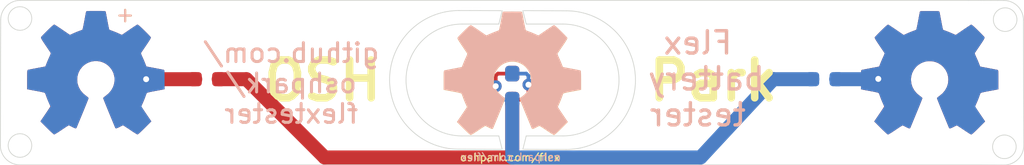
<source format=kicad_pcb>
(kicad_pcb (version 20201115) (generator pcbnew)
  (layers (0 "F.Cu" signal) (31 "B.Cu" signal) (34 "B.Paste" user) (35 "F.Paste" user) (36 "B.SilkS" user "B.Silkscreen") (37 "F.SilkS" user "F.Silkscreen") (38 "B.Mask" user) (39 "F.Mask" user) (44 "Edge.Cuts" user))
  (net 0 "")
  (net 1 "GND")
  (net 2 "+3V3")
  (footprint "LED_SMD:LED_0603_1608Metric_Pad1.05x0.95mm_HandSolder" (layer "F.Cu") (at 153.21 96.03 90)
    (fp_text reference "D1" hide)
    (fp_text value "LED" hide)
    (pad "1" smd roundrect (at -0.875 0 90) (size 1.05 0.95) (layers "F.Cu" "F.Paste" "F.Mask") (net 1 "GND"))
    (pad "2" smd roundrect (at 0.875 0 90) (size 1.05 0.95) (layers "F.Cu" "F.Paste" "F.Mask") (net 2 "+3V3"))
  )
  (footprint "afterdark:OSHW-Logo2_14.6x12mm_Copper" (layer "F.Cu") (at 181.27 96.5)
    (fp_text reference "J2" hide)
    (fp_text value "Conn_01x01_Female" hide)
  )
  (footprint "afterdark:OSHW-Logo2_14.6x12mm_Copper" (layer "F.Cu") (at 125.222 96.4946)
    (fp_text reference "J2" hide)
    (fp_text value "Conn_01x01_Female" hide)
    (fp_poly (pts (xy 0.209014 -5.547002) (xy 0.367006 -5.546137) (xy 0.481347 -5.543795) (xy 0.559407 -5.539238) (xy 0.608554 -5.53173) (xy 0.636159 -5.520534) (xy 0.649592 -5.504912) (xy 0.656221 -5.484127) (xy 0.656865 -5.481437) (xy 0.666935 -5.432887) (xy 0.685575 -5.337095) (xy 0.710845 -5.204257) (xy 0.740807 -5.044569) (xy 0.773522 -4.868226) (xy 0.774664 -4.862033) (xy 0.807433 -4.689218) (xy 0.838093 -4.536531) (xy 0.864664 -4.413129) (xy 0.885167 -4.328169) (xy 0.897626 -4.29081) (xy 0.89822 -4.290148) (xy 0.934919 -4.271905) (xy 1.010586 -4.241503) (xy 1.108878 -4.205507) (xy 1.109425 -4.205315) (xy 1.233233 -4.158778) (xy 1.379196 -4.099496) (xy 1.516781 -4.039891) (xy 1.523293 -4.036944) (xy 1.74739 -3.935235) (xy 2.243619 -4.274103) (xy 2.395846 -4.377408) (xy 2.533741 -4.469763) (xy 2.649315 -4.545916) (xy 2.734579 -4.600615) (xy 2.781544 -4.628607) (xy 2.786004 -4.630683) (xy 2.820134 -4.62144) (xy 2.883881 -4.576844) (xy 2.979731 -4.494791) (xy 3.110169 -4.373179) (xy 3.243328 -4.243795) (xy 3.371694 -4.116298) (xy 3.486581 -3.999954) (xy 3.581073 -3.901948) (xy 3.648253 -3.829464) (xy 3.681206 -3.789687) (xy 3.682432 -3.787639) (xy 3.686074 -3.760344) (xy 3.67235 -3.715766) (xy 3.637869 -3.647888) (xy 3.579239 -3.550689) (xy 3.49307 -3.418149) (xy 3.3782 -3.247524) (xy 3.276254 -3.097345) (xy 3.185123 -2.96265) (xy 3.110073 -2.85126) (xy 3.056369 -2.770995) (xy 3.02928 -2.729675) (xy 3.027574 -2.72687) (xy 3.030882 -2.687279) (xy 3.055953 -2.610331) (xy 3.097798 -2.510568) (xy 3.112712 -2.478709) (xy 3.177786 -2.336774) (xy 3.247212 -2.175727) (xy 3.303609 -2.036379) (xy 3.344247 -1.932956) (xy 3.376526 -1.854358) (xy 3.395178 -1.81328) (xy 3.397497 -1.810115) (xy 3.431803 -1.804872) (xy 3.512669 -1.790506) (xy 3.629343 -1.769063) (xy 3.771075 -1.742587) (xy 3.92711 -1.713123) (xy 4.086698 -1.682717) (xy 4.239085 -1.653412) (xy 4.373521 -1.627255) (xy 4.479252 -1.60629) (xy 4.545526 -1.592561) (xy 4.561782 -1.58868) (xy 4.578573 -1.5791) (xy 4.591249 -1.557464) (xy 4.600378 -1.516469) (xy 4.606531 -1.448811) (xy 4.61028 -1.347188) (xy 4.612192 -1.204297) (xy 4.61284 -1.012835) (xy 4.612874 -0.934355) (xy 4.612874 -0.296094) (xy 4.459598 -0.26584) (xy 4.374322 -0.249436) (xy 4.24707 -0.225491) (xy 4.093315 -0.196893) (xy 3.928534 -0.166533) (xy 3.882989 -0.158194) (xy 3.730932 -0.12863) (xy 3.598468 -0.099558) (xy 3.496714 -0.073671) (xy 3.436788 -0.053663) (xy 3.426805 -0.047699) (xy 3.402293 -0.005466) (xy 3.367148 0.07637) (xy 3.328173 0.181683) (xy 3.320442 0.204368) (xy 3.26936 0.345018) (xy 3.205954 0.503714) (xy 3.143904 0.646225) (xy 3.143598 0.646886) (xy 3.040267 0.87044) (xy 3.719961 1.870232) (xy 3.283621 2.3073) (xy 3.151649 2.437381) (xy 3.031279 2.552048) (xy 2.929273 2.645181) (xy 2.852391 2.710658) (xy 2.807393 2.742357) (xy 2.800938 2.744368) (xy 2.76304 2.728529) (xy 2.685708 2.684496) (xy 2.577389 2.61749) (xy 2.446532 2.532734) (xy 2.305052 2.437816) (xy 2.161461 2.340998) (xy 2.033435 2.256751) (xy 1.929105 2.190258) (xy 1.8566 2.146702) (xy 1.824158 2.131264) (xy 1.784576 2.144328) (xy 1.709519 2.17875) (xy 1.614468 2.22738) (xy 1.604392 2.232785) (xy 1.476391 2.29698) (xy 1.388618 2.328463) (xy 1.334028 2.328798) (xy 1.305575 2.299548) (xy 1.30541 2.299138) (xy 1.291188 2.264498) (xy 1.257269 2.182269) (xy 1.206284 2.058814) (xy 1.140862 1.900498) (xy 1.063634 1.713686) (xy 0.977229 1.504742) (xy 0.893551 1.302446) (xy 0.801588 1.0792) (xy 0.71715 0.872392) (xy 0.642769 0.688362) (xy 0.580974 0.533451) (xy 0.534297 0.413996) (xy 0.505268 0.336339) (xy 0.496322 0.307356) (xy 0.518756 0.27411) (xy 0.577439 0.221123) (xy 0.655689 0.162704) (xy 0.878534 -0.022048) (xy 1.052718 -0.233818) (xy 1.176154 -0.468144) (xy 1.246754 -0.720566) (xy 1.262431 -0.986623) (xy 1.251036 -1.109425) (xy 1.18895 -1.364207) (xy 1.082023 -1.589199) (xy 0.936889 -1.782183) (xy 0.760178 -1.940939) (xy 0.558522 -2.06325) (xy 0.338554 -2.146895) (xy 0.106906 -2.189656) (xy -0.129791 -2.189313) (xy -0.364905 -2.143648) (xy -0.591804 -2.050441) (xy -0.803856 -1.907473) (xy -0.892364 -1.826617) (xy -1.062111 -1.618993) (xy -1.180301 -1.392105) (xy -1.247722 -1.152567) (xy -1.26516 -0.906993) (xy -1.233402 -0.661997) (xy -1.153235 -0.424192) (xy -1.025445 -0.200193) (xy -0.85082 0.003387) (xy -0.655688 0.162704) (xy -0.574409 0.223602) (xy -0.516991 0.276015) (xy -0.496322 0.307406) (xy -0.507144 0.341639) (xy -0.537923 0.423419) (xy -0.586126 0.546407) (xy -0.649222 0.704263) (xy -0.724678 0.890649) (xy -0.809962 1.099226) (xy -0.893781 1.302496) (xy -0.986255 1.525933) (xy -1.071911 1.732984) (xy -1.148118 1.917286) (xy -1.212247 2.072475) (xy -1.261668 2.192188) (xy -1.293752 2.270061) (xy -1.305641 2.299138) (xy -1.333726 2.328677) (xy -1.388051 2.328591) (xy -1.475605 2.297326) (xy -1.603381 2.233329) (xy -1.604392 2.232785) (xy -1.700598 2.183121) (xy -1.778369 2.146945) (xy -1.822223 2.131408) (xy -1.824158 2.131264) (xy -1.857171 2.147024) (xy -1.930054 2.19085) (xy -2.034678 2.257557) (xy -2.16291 2.341964) (xy -2.305052 2.437816) (xy -2.449767 2.534867) (xy -2.580196 2.61927) (xy -2.68789 2.685801) (xy -2.764402 2.729238) (xy -2.800938 2.744368) (xy -2.834582 2.724482) (xy -2.902224 2.668903) (xy -2.997107 2.583754) (xy -3.11247 2.475153) (xy -3.241555 2.349221) (xy -3.283771 2.307149) (xy -3.720261 1.869931) (xy -3.388023 1.38234) (xy -3.287054 1.232605) (xy -3.198438 1.09822) (xy -3.127146 0.986969) (xy -3.07815 0.906639) (xy -3.056422 0.865014) (xy -3.055785 0.862053) (xy -3.06724 0.822818) (xy -3.098051 0.743895) (xy -3.142884 0.638509) (xy -3.174353 0.567954) (xy -3.233192 0.432876) (xy -3.288604 0.296409) (xy -3.331564 0.181103) (xy -3.343234 0.145977) (xy -3.376389 0.052174) (xy -3.408799 -0.020306) (xy -3.426601 -0.047699) (xy -3.465886 -0.064464) (xy -3.551626 -0.08823) (xy -3.672697 -0.116303) (xy -3.817973 -0.145991) (xy -3.882988 -0.158194) (xy -4.048087 -0.188532) (xy -4.206448 -0.217907) (xy -4.342596 -0.243431) (xy -4.441057 -0.262215) (xy -4.459598 -0.26584) (xy -4.612873 -0.296094) (xy -4.612873 -0.934355) (xy -4.612529 -1.14423) (xy -4.611116 -1.30302) (xy -4.608064 -1.418027) (xy -4.602803 -1.496554) (xy -4.594763 -1.545904) (xy -4.583373 -1.573381) (xy -4.568063 -1.586287) (xy -4.561782 -1.58868) (xy -4.523896 -1.597167) (xy -4.440195 -1.6141) (xy -4.321433 -1.637434) (xy -4.178361 -1.665125) (xy -4.021732 -1.695127) (xy -3.862297 -1.725396) (xy -3.710809 -1.753885) (xy -3.578019 -1.778551) (xy -3.474681 -1.797349) (xy -3.411545 -1.808233) (xy -3.397497 -1.810115) (xy -3.38477 -1.835296) (xy -3.3566 -1.902378) (xy -3.318252 -1.998667) (xy -3.303609 -2.036379) (xy -3.244548 -2.182079) (xy -3.175 -2.343049) (xy -3.112712 -2.478709) (xy -3.066879 -2.582439) (xy -3.036387 -2.667674) (xy -3.026208 -2.719874) (xy -3.027831 -2.72687) (xy -3.049343 -2.759898) (xy -3.098465 -2.833357) (xy -3.169923 -2.939423) (xy -3.258445 -3.070274) (xy -3.358759 -3.218088) (xy -3.378594 -3.247266) (xy -3.494988 -3.420137) (xy -3.580548 -3.551774) (xy -3.638684 -3.648239) (xy -3.672808 -3.715592) (xy -3.686331 -3.759894) (xy -3.682664 -3.787206) (xy -3.68257 -3.78738) (xy -3.653707 -3.823254) (xy -3.589867 -3.892609) (xy -3.497969 -3.988255) (xy -3.384933 -4.103001) (xy -3.257679 -4.229659) (xy -3.243328 -4.243795) (xy -3.082957 -4.399097) (xy -2.959195 -4.51313) (xy -2.869555 -4.587998) (xy -2.811552 -4.625804) (xy -2.786004 -4.630683) (xy -2.748718 -4.609397) (xy -2.671343 -4.560227) (xy -2.561867 -4.488425) (xy -2.42828 -4.399245) (xy -2.27857 -4.297937) (xy -2.243618 -4.274103) (xy -1.74739 -3.935235) (xy -1.523293 -4.036944) (xy -1.387011 -4.096217) (xy -1.240724 -4.15583) (xy -1.114965 -4.20336) (xy -1.109425 -4.205315) (xy -1.011057 -4.241323) (xy -0.935229 -4.271771) (xy -0.898282 -4.290095) (xy -0.89822 -4.290148) (xy -0.886496 -4.323271) (xy -0.866568 -4.404733) (xy -0.840413 -4.525375) (xy -0.81001 -4.676041) (xy -0.777337 -4.847572) (xy -0.774664 -4.862033) (xy -0.74189 -5.038765) (xy -0.711802 -5.19919) (xy -0.686339 -5.333112) (xy -0.667441 -5.430337) (xy -0.657047 -5.480668) (xy -0.656865 -5.481437) (xy -0.650539 -5.502847) (xy -0.638239 -5.519012) (xy -0.612594 -5.530669) (xy -0.566235 -5.538555) (xy -0.491792 -5.543407) (xy -0.381895 -5.545961) (xy -0.229175 -5.546955) (xy -0.026262 -5.547126) (xy 0 -5.547126) (xy 0.209014 -5.547002)) (layer "F.Cu") (width 0.01) (fill solid))
  )
  (footprint "afterdark:OSHW-Logo2_14.6x12mm_Copper" (layer "F.Cu") (at 153.22 96.54)
    (fp_text reference "J2" hide)
    (fp_text value "Conn_01x01_Female" hide)
  )
  (footprint "afterdark:OSHW-Logo2_14.6x12mm_Copper" (layer "F.Cu") (at 125.222 96.4946)
    (fp_text reference "J2" hide)
    (fp_text value "Conn_01x01_Female" hide)
  )
  (footprint "afterdark:OSHW-Logo2_14.6x12mm_Copper" (layer "F.Cu") (at 181.27 96.5)
    (fp_text reference "J2" hide)
    (fp_text value "Conn_01x01_Female" hide)
    (fp_poly (pts (xy 0.209014 -5.547002) (xy 0.367006 -5.546137) (xy 0.481347 -5.543795) (xy 0.559407 -5.539238) (xy 0.608554 -5.53173) (xy 0.636159 -5.520534) (xy 0.649592 -5.504912) (xy 0.656221 -5.484127) (xy 0.656865 -5.481437) (xy 0.666935 -5.432887) (xy 0.685575 -5.337095) (xy 0.710845 -5.204257) (xy 0.740807 -5.044569) (xy 0.773522 -4.868226) (xy 0.774664 -4.862033) (xy 0.807433 -4.689218) (xy 0.838093 -4.536531) (xy 0.864664 -4.413129) (xy 0.885167 -4.328169) (xy 0.897626 -4.29081) (xy 0.89822 -4.290148) (xy 0.934919 -4.271905) (xy 1.010586 -4.241503) (xy 1.108878 -4.205507) (xy 1.109425 -4.205315) (xy 1.233233 -4.158778) (xy 1.379196 -4.099496) (xy 1.516781 -4.039891) (xy 1.523293 -4.036944) (xy 1.74739 -3.935235) (xy 2.243619 -4.274103) (xy 2.395846 -4.377408) (xy 2.533741 -4.469763) (xy 2.649315 -4.545916) (xy 2.734579 -4.600615) (xy 2.781544 -4.628607) (xy 2.786004 -4.630683) (xy 2.820134 -4.62144) (xy 2.883881 -4.576844) (xy 2.979731 -4.494791) (xy 3.110169 -4.373179) (xy 3.243328 -4.243795) (xy 3.371694 -4.116298) (xy 3.486581 -3.999954) (xy 3.581073 -3.901948) (xy 3.648253 -3.829464) (xy 3.681206 -3.789687) (xy 3.682432 -3.787639) (xy 3.686074 -3.760344) (xy 3.67235 -3.715766) (xy 3.637869 -3.647888) (xy 3.579239 -3.550689) (xy 3.49307 -3.418149) (xy 3.3782 -3.247524) (xy 3.276254 -3.097345) (xy 3.185123 -2.96265) (xy 3.110073 -2.85126) (xy 3.056369 -2.770995) (xy 3.02928 -2.729675) (xy 3.027574 -2.72687) (xy 3.030882 -2.687279) (xy 3.055953 -2.610331) (xy 3.097798 -2.510568) (xy 3.112712 -2.478709) (xy 3.177786 -2.336774) (xy 3.247212 -2.175727) (xy 3.303609 -2.036379) (xy 3.344247 -1.932956) (xy 3.376526 -1.854358) (xy 3.395178 -1.81328) (xy 3.397497 -1.810115) (xy 3.431803 -1.804872) (xy 3.512669 -1.790506) (xy 3.629343 -1.769063) (xy 3.771075 -1.742587) (xy 3.92711 -1.713123) (xy 4.086698 -1.682717) (xy 4.239085 -1.653412) (xy 4.373521 -1.627255) (xy 4.479252 -1.60629) (xy 4.545526 -1.592561) (xy 4.561782 -1.58868) (xy 4.578573 -1.5791) (xy 4.591249 -1.557464) (xy 4.600378 -1.516469) (xy 4.606531 -1.448811) (xy 4.61028 -1.347188) (xy 4.612192 -1.204297) (xy 4.61284 -1.012835) (xy 4.612874 -0.934355) (xy 4.612874 -0.296094) (xy 4.459598 -0.26584) (xy 4.374322 -0.249436) (xy 4.24707 -0.225491) (xy 4.093315 -0.196893) (xy 3.928534 -0.166533) (xy 3.882989 -0.158194) (xy 3.730932 -0.12863) (xy 3.598468 -0.099558) (xy 3.496714 -0.073671) (xy 3.436788 -0.053663) (xy 3.426805 -0.047699) (xy 3.402293 -0.005466) (xy 3.367148 0.07637) (xy 3.328173 0.181683) (xy 3.320442 0.204368) (xy 3.26936 0.345018) (xy 3.205954 0.503714) (xy 3.143904 0.646225) (xy 3.143598 0.646886) (xy 3.040267 0.87044) (xy 3.719961 1.870232) (xy 3.283621 2.3073) (xy 3.151649 2.437381) (xy 3.031279 2.552048) (xy 2.929273 2.645181) (xy 2.852391 2.710658) (xy 2.807393 2.742357) (xy 2.800938 2.744368) (xy 2.76304 2.728529) (xy 2.685708 2.684496) (xy 2.577389 2.61749) (xy 2.446532 2.532734) (xy 2.305052 2.437816) (xy 2.161461 2.340998) (xy 2.033435 2.256751) (xy 1.929105 2.190258) (xy 1.8566 2.146702) (xy 1.824158 2.131264) (xy 1.784576 2.144328) (xy 1.709519 2.17875) (xy 1.614468 2.22738) (xy 1.604392 2.232785) (xy 1.476391 2.29698) (xy 1.388618 2.328463) (xy 1.334028 2.328798) (xy 1.305575 2.299548) (xy 1.30541 2.299138) (xy 1.291188 2.264498) (xy 1.257269 2.182269) (xy 1.206284 2.058814) (xy 1.140862 1.900498) (xy 1.063634 1.713686) (xy 0.977229 1.504742) (xy 0.893551 1.302446) (xy 0.801588 1.0792) (xy 0.71715 0.872392) (xy 0.642769 0.688362) (xy 0.580974 0.533451) (xy 0.534297 0.413996) (xy 0.505268 0.336339) (xy 0.496322 0.307356) (xy 0.518756 0.27411) (xy 0.577439 0.221123) (xy 0.655689 0.162704) (xy 0.878534 -0.022048) (xy 1.052718 -0.233818) (xy 1.176154 -0.468144) (xy 1.246754 -0.720566) (xy 1.262431 -0.986623) (xy 1.251036 -1.109425) (xy 1.18895 -1.364207) (xy 1.082023 -1.589199) (xy 0.936889 -1.782183) (xy 0.760178 -1.940939) (xy 0.558522 -2.06325) (xy 0.338554 -2.146895) (xy 0.106906 -2.189656) (xy -0.129791 -2.189313) (xy -0.364905 -2.143648) (xy -0.591804 -2.050441) (xy -0.803856 -1.907473) (xy -0.892364 -1.826617) (xy -1.062111 -1.618993) (xy -1.180301 -1.392105) (xy -1.247722 -1.152567) (xy -1.26516 -0.906993) (xy -1.233402 -0.661997) (xy -1.153235 -0.424192) (xy -1.025445 -0.200193) (xy -0.85082 0.003387) (xy -0.655688 0.162704) (xy -0.574409 0.223602) (xy -0.516991 0.276015) (xy -0.496322 0.307406) (xy -0.507144 0.341639) (xy -0.537923 0.423419) (xy -0.586126 0.546407) (xy -0.649222 0.704263) (xy -0.724678 0.890649) (xy -0.809962 1.099226) (xy -0.893781 1.302496) (xy -0.986255 1.525933) (xy -1.071911 1.732984) (xy -1.148118 1.917286) (xy -1.212247 2.072475) (xy -1.261668 2.192188) (xy -1.293752 2.270061) (xy -1.305641 2.299138) (xy -1.333726 2.328677) (xy -1.388051 2.328591) (xy -1.475605 2.297326) (xy -1.603381 2.233329) (xy -1.604392 2.232785) (xy -1.700598 2.183121) (xy -1.778369 2.146945) (xy -1.822223 2.131408) (xy -1.824158 2.131264) (xy -1.857171 2.147024) (xy -1.930054 2.19085) (xy -2.034678 2.257557) (xy -2.16291 2.341964) (xy -2.305052 2.437816) (xy -2.449767 2.534867) (xy -2.580196 2.61927) (xy -2.68789 2.685801) (xy -2.764402 2.729238) (xy -2.800938 2.744368) (xy -2.834582 2.724482) (xy -2.902224 2.668903) (xy -2.997107 2.583754) (xy -3.11247 2.475153) (xy -3.241555 2.349221) (xy -3.283771 2.307149) (xy -3.720261 1.869931) (xy -3.388023 1.38234) (xy -3.287054 1.232605) (xy -3.198438 1.09822) (xy -3.127146 0.986969) (xy -3.07815 0.906639) (xy -3.056422 0.865014) (xy -3.055785 0.862053) (xy -3.06724 0.822818) (xy -3.098051 0.743895) (xy -3.142884 0.638509) (xy -3.174353 0.567954) (xy -3.233192 0.432876) (xy -3.288604 0.296409) (xy -3.331564 0.181103) (xy -3.343234 0.145977) (xy -3.376389 0.052174) (xy -3.408799 -0.020306) (xy -3.426601 -0.047699) (xy -3.465886 -0.064464) (xy -3.551626 -0.08823) (xy -3.672697 -0.116303) (xy -3.817973 -0.145991) (xy -3.882988 -0.158194) (xy -4.048087 -0.188532) (xy -4.206448 -0.217907) (xy -4.342596 -0.243431) (xy -4.441057 -0.262215) (xy -4.459598 -0.26584) (xy -4.612873 -0.296094) (xy -4.612873 -0.934355) (xy -4.612529 -1.14423) (xy -4.611116 -1.30302) (xy -4.608064 -1.418027) (xy -4.602803 -1.496554) (xy -4.594763 -1.545904) (xy -4.583373 -1.573381) (xy -4.568063 -1.586287) (xy -4.561782 -1.58868) (xy -4.523896 -1.597167) (xy -4.440195 -1.6141) (xy -4.321433 -1.637434) (xy -4.178361 -1.665125) (xy -4.021732 -1.695127) (xy -3.862297 -1.725396) (xy -3.710809 -1.753885) (xy -3.578019 -1.778551) (xy -3.474681 -1.797349) (xy -3.411545 -1.808233) (xy -3.397497 -1.810115) (xy -3.38477 -1.835296) (xy -3.3566 -1.902378) (xy -3.318252 -1.998667) (xy -3.303609 -2.036379) (xy -3.244548 -2.182079) (xy -3.175 -2.343049) (xy -3.112712 -2.478709) (xy -3.066879 -2.582439) (xy -3.036387 -2.667674) (xy -3.026208 -2.719874) (xy -3.027831 -2.72687) (xy -3.049343 -2.759898) (xy -3.098465 -2.833357) (xy -3.169923 -2.939423) (xy -3.258445 -3.070274) (xy -3.358759 -3.218088) (xy -3.378594 -3.247266) (xy -3.494988 -3.420137) (xy -3.580548 -3.551774) (xy -3.638684 -3.648239) (xy -3.672808 -3.715592) (xy -3.686331 -3.759894) (xy -3.682664 -3.787206) (xy -3.68257 -3.78738) (xy -3.653707 -3.823254) (xy -3.589867 -3.892609) (xy -3.497969 -3.988255) (xy -3.384933 -4.103001) (xy -3.257679 -4.229659) (xy -3.243328 -4.243795) (xy -3.082957 -4.399097) (xy -2.959195 -4.51313) (xy -2.869555 -4.587998) (xy -2.811552 -4.625804) (xy -2.786004 -4.630683) (xy -2.748718 -4.609397) (xy -2.671343 -4.560227) (xy -2.561867 -4.488425) (xy -2.42828 -4.399245) (xy -2.27857 -4.297937) (xy -2.243618 -4.274103) (xy -1.74739 -3.935235) (xy -1.523293 -4.036944) (xy -1.387011 -4.096217) (xy -1.240724 -4.15583) (xy -1.114965 -4.20336) (xy -1.109425 -4.205315) (xy -1.011057 -4.241323) (xy -0.935229 -4.271771) (xy -0.898282 -4.290095) (xy -0.89822 -4.290148) (xy -0.886496 -4.323271) (xy -0.866568 -4.404733) (xy -0.840413 -4.525375) (xy -0.81001 -4.676041) (xy -0.777337 -4.847572) (xy -0.774664 -4.862033) (xy -0.74189 -5.038765) (xy -0.711802 -5.19919) (xy -0.686339 -5.333112) (xy -0.667441 -5.430337) (xy -0.657047 -5.480668) (xy -0.656865 -5.481437) (xy -0.650539 -5.502847) (xy -0.638239 -5.519012) (xy -0.612594 -5.530669) (xy -0.566235 -5.538555) (xy -0.491792 -5.543407) (xy -0.381895 -5.545961) (xy -0.229175 -5.546955) (xy -0.026262 -5.547126) (xy 0 -5.547126) (xy 0.209014 -5.547002)) (layer "F.Cu") (width 0.01) (fill solid))
  )
  (footprint "Resistor_SMD:R_0603_1608Metric" (layer "F.Cu") (at 132.6896 95.5294)
    (fp_text reference "REF**" hide)
    (fp_text value "R_0603" hide)
    (pad "1" smd roundrect (at -0.7875 0) (size 0.875 0.95) (layers "F.Cu" "F.Paste" "F.Mask"))
    (pad "2" smd roundrect (at 0.7875 0) (size 0.875 0.95) (layers "F.Cu" "F.Paste" "F.Mask") (net 1 "GND"))
  )
  (footprint "LED_SMD:LED_0603_1608Metric_Pad1.05x0.95mm_HandSolder" (layer "B.Cu") (at 153.21 96.03 -90)
    (fp_text reference "D1" hide)
    (fp_text value "LED" hide)
    (pad "1" smd roundrect (at -0.875 0 270) (size 1.05 0.95) (layers "B.Cu" "B.Paste" "B.Mask") (net 1 "GND"))
    (pad "2" smd roundrect (at 0.875 0 270) (size 1.05 0.95) (layers "B.Cu" "B.Paste" "B.Mask") (net 2 "+3V3"))
  )
  (footprint "afterdark:OSHW-Logo2_14.6x12mm_Copper" (layer "B.Cu") (at 125.222 96.4946 180)
    (fp_text reference "J2" hide)
    (fp_text value "Conn_01x01_Female" hide)
  )
  (footprint "afterdark:OSHW-Logo2_14.6x12mm_Copper" (layer "B.Cu") (at 181.28 96.5 180)
    (fp_text reference "J2" hide)
    (fp_text value "Conn_01x01_Female" hide)
  )
  (footprint "afterdark:OSHW-Logo2_14.6x12mm_Copper" (layer "B.Cu") (at 153.22 96.53 180)
    (fp_text reference "J2" hide)
    (fp_text value "Conn_01x01_Female" hide)
  )
  (footprint "afterdark:OSHW-Logo2_14.6x12mm_Copper" (layer "B.Cu") (at 181.27 96.5 180)
    (fp_text reference "J2" hide)
    (fp_text value "Conn_01x01_Female" hide)
    (fp_poly (pts (xy 0.209014 5.547002) (xy 0.367006 5.546137) (xy 0.481347 5.543795) (xy 0.559407 5.539238) (xy 0.608554 5.53173) (xy 0.636159 5.520534) (xy 0.649592 5.504912) (xy 0.656221 5.484127) (xy 0.656865 5.481437) (xy 0.666935 5.432887) (xy 0.685575 5.337095) (xy 0.710845 5.204257) (xy 0.740807 5.044569) (xy 0.773522 4.868226) (xy 0.774664 4.862033) (xy 0.807433 4.689218) (xy 0.838093 4.536531) (xy 0.864664 4.413129) (xy 0.885167 4.328169) (xy 0.897626 4.29081) (xy 0.89822 4.290148) (xy 0.934919 4.271905) (xy 1.010586 4.241503) (xy 1.108878 4.205507) (xy 1.109425 4.205315) (xy 1.233233 4.158778) (xy 1.379196 4.099496) (xy 1.516781 4.039891) (xy 1.523293 4.036944) (xy 1.74739 3.935235) (xy 2.243619 4.274103) (xy 2.395846 4.377408) (xy 2.533741 4.469763) (xy 2.649315 4.545916) (xy 2.734579 4.600615) (xy 2.781544 4.628607) (xy 2.786004 4.630683) (xy 2.820134 4.62144) (xy 2.883881 4.576844) (xy 2.979731 4.494791) (xy 3.110169 4.373179) (xy 3.243328 4.243795) (xy 3.371694 4.116298) (xy 3.486581 3.999954) (xy 3.581073 3.901948) (xy 3.648253 3.829464) (xy 3.681206 3.789687) (xy 3.682432 3.787639) (xy 3.686074 3.760344) (xy 3.67235 3.715766) (xy 3.637869 3.647888) (xy 3.579239 3.550689) (xy 3.49307 3.418149) (xy 3.3782 3.247524) (xy 3.276254 3.097345) (xy 3.185123 2.96265) (xy 3.110073 2.85126) (xy 3.056369 2.770995) (xy 3.02928 2.729675) (xy 3.027574 2.72687) (xy 3.030882 2.687279) (xy 3.055953 2.610331) (xy 3.097798 2.510568) (xy 3.112712 2.478709) (xy 3.177786 2.336774) (xy 3.247212 2.175727) (xy 3.303609 2.036379) (xy 3.344247 1.932956) (xy 3.376526 1.854358) (xy 3.395178 1.81328) (xy 3.397497 1.810115) (xy 3.431803 1.804872) (xy 3.512669 1.790506) (xy 3.629343 1.769063) (xy 3.771075 1.742587) (xy 3.92711 1.713123) (xy 4.086698 1.682717) (xy 4.239085 1.653412) (xy 4.373521 1.627255) (xy 4.479252 1.60629) (xy 4.545526 1.592561) (xy 4.561782 1.58868) (xy 4.578573 1.5791) (xy 4.591249 1.557464) (xy 4.600378 1.516469) (xy 4.606531 1.448811) (xy 4.61028 1.347188) (xy 4.612192 1.204297) (xy 4.61284 1.012835) (xy 4.612874 0.934355) (xy 4.612874 0.296094) (xy 4.459598 0.26584) (xy 4.374322 0.249436) (xy 4.24707 0.225491) (xy 4.093315 0.196893) (xy 3.928534 0.166533) (xy 3.882989 0.158194) (xy 3.730932 0.12863) (xy 3.598468 0.099558) (xy 3.496714 0.073671) (xy 3.436788 0.053663) (xy 3.426805 0.047699) (xy 3.402293 0.005466) (xy 3.367148 -0.07637) (xy 3.328173 -0.181683) (xy 3.320442 -0.204368) (xy 3.26936 -0.345018) (xy 3.205954 -0.503714) (xy 3.143904 -0.646225) (xy 3.143598 -0.646886) (xy 3.040267 -0.87044) (xy 3.719961 -1.870232) (xy 3.283621 -2.3073) (xy 3.151649 -2.437381) (xy 3.031279 -2.552048) (xy 2.929273 -2.645181) (xy 2.852391 -2.710658) (xy 2.807393 -2.742357) (xy 2.800938 -2.744368) (xy 2.76304 -2.728529) (xy 2.685708 -2.684496) (xy 2.577389 -2.61749) (xy 2.446532 -2.532734) (xy 2.305052 -2.437816) (xy 2.161461 -2.340998) (xy 2.033435 -2.256751) (xy 1.929105 -2.190258) (xy 1.8566 -2.146702) (xy 1.824158 -2.131264) (xy 1.784576 -2.144328) (xy 1.709519 -2.17875) (xy 1.614468 -2.22738) (xy 1.604392 -2.232785) (xy 1.476391 -2.29698) (xy 1.388618 -2.328463) (xy 1.334028 -2.328798) (xy 1.305575 -2.299548) (xy 1.30541 -2.299138) (xy 1.291188 -2.264498) (xy 1.257269 -2.182269) (xy 1.206284 -2.058814) (xy 1.140862 -1.900498) (xy 1.063634 -1.713686) (xy 0.977229 -1.504742) (xy 0.893551 -1.302446) (xy 0.801588 -1.0792) (xy 0.71715 -0.872392) (xy 0.642769 -0.688362) (xy 0.580974 -0.533451) (xy 0.534297 -0.413996) (xy 0.505268 -0.336339) (xy 0.496322 -0.307356) (xy 0.518756 -0.27411) (xy 0.577439 -0.221123) (xy 0.655689 -0.162704) (xy 0.878534 0.022048) (xy 1.052718 0.233818) (xy 1.176154 0.468144) (xy 1.246754 0.720566) (xy 1.262431 0.986623) (xy 1.251036 1.109425) (xy 1.18895 1.364207) (xy 1.082023 1.589199) (xy 0.936889 1.782183) (xy 0.760178 1.940939) (xy 0.558522 2.06325) (xy 0.338554 2.146895) (xy 0.106906 2.189656) (xy -0.129791 2.189313) (xy -0.364905 2.143648) (xy -0.591804 2.050441) (xy -0.803856 1.907473) (xy -0.892364 1.826617) (xy -1.062111 1.618993) (xy -1.180301 1.392105) (xy -1.247722 1.152567) (xy -1.26516 0.906993) (xy -1.233402 0.661997) (xy -1.153235 0.424192) (xy -1.025445 0.200193) (xy -0.85082 -0.003387) (xy -0.655688 -0.162704) (xy -0.574409 -0.223602) (xy -0.516991 -0.276015) (xy -0.496322 -0.307406) (xy -0.507144 -0.341639) (xy -0.537923 -0.423419) (xy -0.586126 -0.546407) (xy -0.649222 -0.704263) (xy -0.724678 -0.890649) (xy -0.809962 -1.099226) (xy -0.893781 -1.302496) (xy -0.986255 -1.525933) (xy -1.071911 -1.732984) (xy -1.148118 -1.917286) (xy -1.212247 -2.072475) (xy -1.261668 -2.192188) (xy -1.293752 -2.270061) (xy -1.305641 -2.299138) (xy -1.333726 -2.328677) (xy -1.388051 -2.328591) (xy -1.475605 -2.297326) (xy -1.603381 -2.233329) (xy -1.604392 -2.232785) (xy -1.700598 -2.183121) (xy -1.778369 -2.146945) (xy -1.822223 -2.131408) (xy -1.824158 -2.131264) (xy -1.857171 -2.147024) (xy -1.930054 -2.19085) (xy -2.034678 -2.257557) (xy -2.16291 -2.341964) (xy -2.305052 -2.437816) (xy -2.449767 -2.534867) (xy -2.580196 -2.61927) (xy -2.68789 -2.685801) (xy -2.764402 -2.729238) (xy -2.800938 -2.744368) (xy -2.834582 -2.724482) (xy -2.902224 -2.668903) (xy -2.997107 -2.583754) (xy -3.11247 -2.475153) (xy -3.241555 -2.349221) (xy -3.283771 -2.307149) (xy -3.720261 -1.869931) (xy -3.388023 -1.38234) (xy -3.287054 -1.232605) (xy -3.198438 -1.09822) (xy -3.127146 -0.986969) (xy -3.07815 -0.906639) (xy -3.056422 -0.865014) (xy -3.055785 -0.862053) (xy -3.06724 -0.822818) (xy -3.098051 -0.743895) (xy -3.142884 -0.638509) (xy -3.174353 -0.567954) (xy -3.233192 -0.432876) (xy -3.288604 -0.296409) (xy -3.331564 -0.181103) (xy -3.343234 -0.145977) (xy -3.376389 -0.052174) (xy -3.408799 0.020306) (xy -3.426601 0.047699) (xy -3.465886 0.064464) (xy -3.551626 0.08823) (xy -3.672697 0.116303) (xy -3.817973 0.145991) (xy -3.882988 0.158194) (xy -4.048087 0.188532) (xy -4.206448 0.217907) (xy -4.342596 0.243431) (xy -4.441057 0.262215) (xy -4.459598 0.26584) (xy -4.612873 0.296094) (xy -4.612873 0.934355) (xy -4.612529 1.14423) (xy -4.611116 1.30302) (xy -4.608064 1.418027) (xy -4.602803 1.496554) (xy -4.594763 1.545904) (xy -4.583373 1.573381) (xy -4.568063 1.586287) (xy -4.561782 1.58868) (xy -4.523896 1.597167) (xy -4.440195 1.6141) (xy -4.321433 1.637434) (xy -4.178361 1.665125) (xy -4.021732 1.695127) (xy -3.862297 1.725396) (xy -3.710809 1.753885) (xy -3.578019 1.778551) (xy -3.474681 1.797349) (xy -3.411545 1.808233) (xy -3.397497 1.810115) (xy -3.38477 1.835296) (xy -3.3566 1.902378) (xy -3.318252 1.998667) (xy -3.303609 2.036379) (xy -3.244548 2.182079) (xy -3.175 2.343049) (xy -3.112712 2.478709) (xy -3.066879 2.582439) (xy -3.036387 2.667674) (xy -3.026208 2.719874) (xy -3.027831 2.72687) (xy -3.049343 2.759898) (xy -3.098465 2.833357) (xy -3.169923 2.939423) (xy -3.258445 3.070274) (xy -3.358759 3.218088) (xy -3.378594 3.247266) (xy -3.494988 3.420137) (xy -3.580548 3.551774) (xy -3.638684 3.648239) (xy -3.672808 3.715592) (xy -3.686331 3.759894) (xy -3.682664 3.787206) (xy -3.68257 3.78738) (xy -3.653707 3.823254) (xy -3.589867 3.892609) (xy -3.497969 3.988255) (xy -3.384933 4.103001) (xy -3.257679 4.229659) (xy -3.243328 4.243795) (xy -3.082957 4.399097) (xy -2.959195 4.51313) (xy -2.869555 4.587998) (xy -2.811552 4.625804) (xy -2.786004 4.630683) (xy -2.748718 4.609397) (xy -2.671343 4.560227) (xy -2.561867 4.488425) (xy -2.42828 4.399245) (xy -2.27857 4.297937) (xy -2.243618 4.274103) (xy -1.74739 3.935235) (xy -1.523293 4.036944) (xy -1.387011 4.096217) (xy -1.240724 4.15583) (xy -1.114965 4.20336) (xy -1.109425 4.205315) (xy -1.011057 4.241323) (xy -0.935229 4.271771) (xy -0.898282 4.290095) (xy -0.89822 4.290148) (xy -0.886496 4.323271) (xy -0.866568 4.404733) (xy -0.840413 4.525375) (xy -0.81001 4.676041) (xy -0.777337 4.847572) (xy -0.774664 4.862033) (xy -0.74189 5.038765) (xy -0.711802 5.19919) (xy -0.686339 5.333112) (xy -0.667441 5.430337) (xy -0.657047 5.480668) (xy -0.656865 5.481437) (xy -0.650539 5.502847) (xy -0.638239 5.519012) (xy -0.612594 5.530669) (xy -0.566235 5.538555) (xy -0.491792 5.543407) (xy -0.381895 5.545961) (xy -0.229175 5.546955) (xy -0.026262 5.547126) (xy 0 5.547126) (xy 0.209014 5.547002)) (layer "B.Cu") (width 0.01) (fill solid))
  )
  (footprint "Resistor_SMD:R_0603_1608Metric" (layer "B.Cu") (at 174.1932 95.5294)
    (fp_text reference "REF**" hide)
    (fp_text value "R_0603" hide)
    (pad "1" smd roundrect (at -0.7875 0) (size 0.875 0.95) (layers "B.Cu" "B.Paste" "B.Mask"))
    (pad "2" smd roundrect (at 0.7875 0) (size 0.875 0.95) (layers "B.Cu" "B.Paste" "B.Mask") (net 1 "GND"))
  )
  (footprint "afterdark:OSHW-Logo2_14.6x12mm_Copper" (layer "B.Cu") (at 125.222 96.4946 180)
    (fp_text reference "J2" hide)
    (fp_text value "Conn_01x01_Female" hide)
    (fp_poly (pts (xy 0.209014 5.547002) (xy 0.367006 5.546137) (xy 0.481347 5.543795) (xy 0.559407 5.539238) (xy 0.608554 5.53173) (xy 0.636159 5.520534) (xy 0.649592 5.504912) (xy 0.656221 5.484127) (xy 0.656865 5.481437) (xy 0.666935 5.432887) (xy 0.685575 5.337095) (xy 0.710845 5.204257) (xy 0.740807 5.044569) (xy 0.773522 4.868226) (xy 0.774664 4.862033) (xy 0.807433 4.689218) (xy 0.838093 4.536531) (xy 0.864664 4.413129) (xy 0.885167 4.328169) (xy 0.897626 4.29081) (xy 0.89822 4.290148) (xy 0.934919 4.271905) (xy 1.010586 4.241503) (xy 1.108878 4.205507) (xy 1.109425 4.205315) (xy 1.233233 4.158778) (xy 1.379196 4.099496) (xy 1.516781 4.039891) (xy 1.523293 4.036944) (xy 1.74739 3.935235) (xy 2.243619 4.274103) (xy 2.395846 4.377408) (xy 2.533741 4.469763) (xy 2.649315 4.545916) (xy 2.734579 4.600615) (xy 2.781544 4.628607) (xy 2.786004 4.630683) (xy 2.820134 4.62144) (xy 2.883881 4.576844) (xy 2.979731 4.494791) (xy 3.110169 4.373179) (xy 3.243328 4.243795) (xy 3.371694 4.116298) (xy 3.486581 3.999954) (xy 3.581073 3.901948) (xy 3.648253 3.829464) (xy 3.681206 3.789687) (xy 3.682432 3.787639) (xy 3.686074 3.760344) (xy 3.67235 3.715766) (xy 3.637869 3.647888) (xy 3.579239 3.550689) (xy 3.49307 3.418149) (xy 3.3782 3.247524) (xy 3.276254 3.097345) (xy 3.185123 2.96265) (xy 3.110073 2.85126) (xy 3.056369 2.770995) (xy 3.02928 2.729675) (xy 3.027574 2.72687) (xy 3.030882 2.687279) (xy 3.055953 2.610331) (xy 3.097798 2.510568) (xy 3.112712 2.478709) (xy 3.177786 2.336774) (xy 3.247212 2.175727) (xy 3.303609 2.036379) (xy 3.344247 1.932956) (xy 3.376526 1.854358) (xy 3.395178 1.81328) (xy 3.397497 1.810115) (xy 3.431803 1.804872) (xy 3.512669 1.790506) (xy 3.629343 1.769063) (xy 3.771075 1.742587) (xy 3.92711 1.713123) (xy 4.086698 1.682717) (xy 4.239085 1.653412) (xy 4.373521 1.627255) (xy 4.479252 1.60629) (xy 4.545526 1.592561) (xy 4.561782 1.58868) (xy 4.578573 1.5791) (xy 4.591249 1.557464) (xy 4.600378 1.516469) (xy 4.606531 1.448811) (xy 4.61028 1.347188) (xy 4.612192 1.204297) (xy 4.61284 1.012835) (xy 4.612874 0.934355) (xy 4.612874 0.296094) (xy 4.459598 0.26584) (xy 4.374322 0.249436) (xy 4.24707 0.225491) (xy 4.093315 0.196893) (xy 3.928534 0.166533) (xy 3.882989 0.158194) (xy 3.730932 0.12863) (xy 3.598468 0.099558) (xy 3.496714 0.073671) (xy 3.436788 0.053663) (xy 3.426805 0.047699) (xy 3.402293 0.005466) (xy 3.367148 -0.07637) (xy 3.328173 -0.181683) (xy 3.320442 -0.204368) (xy 3.26936 -0.345018) (xy 3.205954 -0.503714) (xy 3.143904 -0.646225) (xy 3.143598 -0.646886) (xy 3.040267 -0.87044) (xy 3.719961 -1.870232) (xy 3.283621 -2.3073) (xy 3.151649 -2.437381) (xy 3.031279 -2.552048) (xy 2.929273 -2.645181) (xy 2.852391 -2.710658) (xy 2.807393 -2.742357) (xy 2.800938 -2.744368) (xy 2.76304 -2.728529) (xy 2.685708 -2.684496) (xy 2.577389 -2.61749) (xy 2.446532 -2.532734) (xy 2.305052 -2.437816) (xy 2.161461 -2.340998) (xy 2.033435 -2.256751) (xy 1.929105 -2.190258) (xy 1.8566 -2.146702) (xy 1.824158 -2.131264) (xy 1.784576 -2.144328) (xy 1.709519 -2.17875) (xy 1.614468 -2.22738) (xy 1.604392 -2.232785) (xy 1.476391 -2.29698) (xy 1.388618 -2.328463) (xy 1.334028 -2.328798) (xy 1.305575 -2.299548) (xy 1.30541 -2.299138) (xy 1.291188 -2.264498) (xy 1.257269 -2.182269) (xy 1.206284 -2.058814) (xy 1.140862 -1.900498) (xy 1.063634 -1.713686) (xy 0.977229 -1.504742) (xy 0.893551 -1.302446) (xy 0.801588 -1.0792) (xy 0.71715 -0.872392) (xy 0.642769 -0.688362) (xy 0.580974 -0.533451) (xy 0.534297 -0.413996) (xy 0.505268 -0.336339) (xy 0.496322 -0.307356) (xy 0.518756 -0.27411) (xy 0.577439 -0.221123) (xy 0.655689 -0.162704) (xy 0.878534 0.022048) (xy 1.052718 0.233818) (xy 1.176154 0.468144) (xy 1.246754 0.720566) (xy 1.262431 0.986623) (xy 1.251036 1.109425) (xy 1.18895 1.364207) (xy 1.082023 1.589199) (xy 0.936889 1.782183) (xy 0.760178 1.940939) (xy 0.558522 2.06325) (xy 0.338554 2.146895) (xy 0.106906 2.189656) (xy -0.129791 2.189313) (xy -0.364905 2.143648) (xy -0.591804 2.050441) (xy -0.803856 1.907473) (xy -0.892364 1.826617) (xy -1.062111 1.618993) (xy -1.180301 1.392105) (xy -1.247722 1.152567) (xy -1.26516 0.906993) (xy -1.233402 0.661997) (xy -1.153235 0.424192) (xy -1.025445 0.200193) (xy -0.85082 -0.003387) (xy -0.655688 -0.162704) (xy -0.574409 -0.223602) (xy -0.516991 -0.276015) (xy -0.496322 -0.307406) (xy -0.507144 -0.341639) (xy -0.537923 -0.423419) (xy -0.586126 -0.546407) (xy -0.649222 -0.704263) (xy -0.724678 -0.890649) (xy -0.809962 -1.099226) (xy -0.893781 -1.302496) (xy -0.986255 -1.525933) (xy -1.071911 -1.732984) (xy -1.148118 -1.917286) (xy -1.212247 -2.072475) (xy -1.261668 -2.192188) (xy -1.293752 -2.270061) (xy -1.305641 -2.299138) (xy -1.333726 -2.328677) (xy -1.388051 -2.328591) (xy -1.475605 -2.297326) (xy -1.603381 -2.233329) (xy -1.604392 -2.232785) (xy -1.700598 -2.183121) (xy -1.778369 -2.146945) (xy -1.822223 -2.131408) (xy -1.824158 -2.131264) (xy -1.857171 -2.147024) (xy -1.930054 -2.19085) (xy -2.034678 -2.257557) (xy -2.16291 -2.341964) (xy -2.305052 -2.437816) (xy -2.449767 -2.534867) (xy -2.580196 -2.61927) (xy -2.68789 -2.685801) (xy -2.764402 -2.729238) (xy -2.800938 -2.744368) (xy -2.834582 -2.724482) (xy -2.902224 -2.668903) (xy -2.997107 -2.583754) (xy -3.11247 -2.475153) (xy -3.241555 -2.349221) (xy -3.283771 -2.307149) (xy -3.720261 -1.869931) (xy -3.388023 -1.38234) (xy -3.287054 -1.232605) (xy -3.198438 -1.09822) (xy -3.127146 -0.986969) (xy -3.07815 -0.906639) (xy -3.056422 -0.865014) (xy -3.055785 -0.862053) (xy -3.06724 -0.822818) (xy -3.098051 -0.743895) (xy -3.142884 -0.638509) (xy -3.174353 -0.567954) (xy -3.233192 -0.432876) (xy -3.288604 -0.296409) (xy -3.331564 -0.181103) (xy -3.343234 -0.145977) (xy -3.376389 -0.052174) (xy -3.408799 0.020306) (xy -3.426601 0.047699) (xy -3.465886 0.064464) (xy -3.551626 0.08823) (xy -3.672697 0.116303) (xy -3.817973 0.145991) (xy -3.882988 0.158194) (xy -4.048087 0.188532) (xy -4.206448 0.217907) (xy -4.342596 0.243431) (xy -4.441057 0.262215) (xy -4.459598 0.26584) (xy -4.612873 0.296094) (xy -4.612873 0.934355) (xy -4.612529 1.14423) (xy -4.611116 1.30302) (xy -4.608064 1.418027) (xy -4.602803 1.496554) (xy -4.594763 1.545904) (xy -4.583373 1.573381) (xy -4.568063 1.586287) (xy -4.561782 1.58868) (xy -4.523896 1.597167) (xy -4.440195 1.6141) (xy -4.321433 1.637434) (xy -4.178361 1.665125) (xy -4.021732 1.695127) (xy -3.862297 1.725396) (xy -3.710809 1.753885) (xy -3.578019 1.778551) (xy -3.474681 1.797349) (xy -3.411545 1.808233) (xy -3.397497 1.810115) (xy -3.38477 1.835296) (xy -3.3566 1.902378) (xy -3.318252 1.998667) (xy -3.303609 2.036379) (xy -3.244548 2.182079) (xy -3.175 2.343049) (xy -3.112712 2.478709) (xy -3.066879 2.582439) (xy -3.036387 2.667674) (xy -3.026208 2.719874) (xy -3.027831 2.72687) (xy -3.049343 2.759898) (xy -3.098465 2.833357) (xy -3.169923 2.939423) (xy -3.258445 3.070274) (xy -3.358759 3.218088) (xy -3.378594 3.247266) (xy -3.494988 3.420137) (xy -3.580548 3.551774) (xy -3.638684 3.648239) (xy -3.672808 3.715592) (xy -3.686331 3.759894) (xy -3.682664 3.787206) (xy -3.68257 3.78738) (xy -3.653707 3.823254) (xy -3.589867 3.892609) (xy -3.497969 3.988255) (xy -3.384933 4.103001) (xy -3.257679 4.229659) (xy -3.243328 4.243795) (xy -3.082957 4.399097) (xy -2.959195 4.51313) (xy -2.869555 4.587998) (xy -2.811552 4.625804) (xy -2.786004 4.630683) (xy -2.748718 4.609397) (xy -2.671343 4.560227) (xy -2.561867 4.488425) (xy -2.42828 4.399245) (xy -2.27857 4.297937) (xy -2.243618 4.274103) (xy -1.74739 3.935235) (xy -1.523293 4.036944) (xy -1.387011 4.096217) (xy -1.240724 4.15583) (xy -1.114965 4.20336) (xy -1.109425 4.205315) (xy -1.011057 4.241323) (xy -0.935229 4.271771) (xy -0.898282 4.290095) (xy -0.89822 4.290148) (xy -0.886496 4.323271) (xy -0.866568 4.404733) (xy -0.840413 4.525375) (xy -0.81001 4.676041) (xy -0.777337 4.847572) (xy -0.774664 4.862033) (xy -0.74189 5.038765) (xy -0.711802 5.19919) (xy -0.686339 5.333112) (xy -0.667441 5.430337) (xy -0.657047 5.480668) (xy -0.656865 5.481437) (xy -0.650539 5.502847) (xy -0.638239 5.519012) (xy -0.612594 5.530669) (xy -0.566235 5.538555) (xy -0.491792 5.543407) (xy -0.381895 5.545961) (xy -0.229175 5.546955) (xy -0.026262 5.547126) (xy 0 5.547126) (xy 0.209014 5.547002)) (layer "B.Cu") (width 0.01) (fill solid))
  )
  (gr_line (start 120.9421 101.28758) (end 120.1166 101.28758) (layer "Edge.Cuts") (width 0.05))
  (gr_line (start 184.70118 101.28758) (end 120.9421 101.28758) (layer "Edge.Cuts") (width 0.05))
  (gr_arc (start 120.1166 99.972866) (end 120.1166 101.28758) (angle 90) (layer "Edge.Cuts") (width 0.05))
  (gr_line (start 118.824746 91.545674) (end 118.801886 99.972866) (layer "Edge.Cuts") (width 0.05))
  (gr_line (start 153.925 100.242032) (end 156.8325 100.25184) (layer "Edge.Cuts") (width 0.05))
  (gr_arc (start 149.625 95.575) (end 149.625 100.235096) (angle 180) (layer "Edge.Cuts") (width 0.05))
  (gr_line (start 184.72404 90.23096) (end 186.25714 90.238094) (layer "Edge.Cuts") (width 0.05))
  (gr_line (start 154.15 99.341648) (end 153.925 100.242032) (layer "Edge.Cuts") (width 0.05))
  (gr_line (start 187.571854 91.552808) (end 187.594714 99.98) (layer "Edge.Cuts") (width 0.05))
  (gr_circle (center 120.12 91.45) (end 119.53 90.92) (layer "Edge.Cuts") (width 0.05) (fill none))
  (gr_arc (start 156.6275 95.583324) (end 156.6275 91.825) (angle 180) (layer "Edge.Cuts") (width 0.05))
  (gr_arc (start 149.83 95.58342) (end 149.83 99.341744) (angle 180) (layer "Edge.Cuts") (width 0.05))
  (gr_line (start 153.925 90.92184) (end 156.8325 90.931648) (layer "Edge.Cuts") (width 0.05))
  (gr_line (start 183.89854 90.23096) (end 184.72404 90.23096) (layer "Edge.Cuts") (width 0.05))
  (gr_line (start 152.3075 99.341744) (end 152.5325 100.244904) (layer "Edge.Cuts") (width 0.05))
  (gr_arc (start 186.25714 91.552808) (end 186.25714 90.238094) (angle 90) (layer "Edge.Cuts") (width 0.05))
  (gr_arc (start 156.8325 95.591744) (end 156.8325 90.931648) (angle 180) (layer "Edge.Cuts") (width 0.05))
  (gr_line (start 184.70118 101.28758) (end 186.28 101.294714) (layer "Edge.Cuts") (width 0.05))
  (gr_line (start 120.13946 90.23096) (end 183.89854 90.23096) (layer "Edge.Cuts") (width 0.05))
  (gr_line (start 149.83 99.341744) (end 152.3075 99.341744) (layer "Edge.Cuts") (width 0.05))
  (gr_line (start 154.15 91.825) (end 153.925 90.92184) (layer "Edge.Cuts") (width 0.05))
  (gr_line (start 152.3075 91.825096) (end 152.5325 90.924712) (layer "Edge.Cuts") (width 0.05))
  (gr_line (start 156.6275 91.825) (end 154.15 91.825) (layer "Edge.Cuts") (width 0.05))
  (gr_line (start 152.5325 90.924712) (end 149.625 90.914904) (layer "Edge.Cuts") (width 0.05))
  (gr_circle (center 186.293095 100.075) (end 186.883095 100.605) (layer "Edge.Cuts") (width 0.05) (fill none))
  (gr_arc (start 120.13946 91.545674) (end 120.13946 90.23096) (angle -90) (layer "Edge.Cuts") (width 0.05))
  (gr_circle (center 186.343097 91.525) (end 186.873097 90.935) (layer "Edge.Cuts") (width 0.05) (fill none))
  (gr_line (start 152.3075 91.825096) (end 149.83 91.825096) (layer "Edge.Cuts") (width 0.05))
  (gr_line (start 154.15 99.341648) (end 156.6275 99.341648) (layer "Edge.Cuts") (width 0.05))
  (gr_circle (center 120.12 99.986905) (end 119.53 99.456905) (layer "Edge.Cuts") (width 0.05) (fill none))
  (gr_line (start 152.5325 100.244904) (end 149.625 100.235096) (layer "Edge.Cuts") (width 0.05))
  (gr_arc (start 186.28 99.98) (end 186.28 101.294714) (angle -90) (layer "Edge.Cuts") (width 0.05))
  (gr_text "+" (at 127.18796 91.17838) (layer "B.SilkS") (effects (font (size 1 1)) (justify mirror)))
  (gr_text "github.com/\noshpark/\nflextester" (at 138.3538 95.8088) (layer "B.SilkS") (effects (font (size 1.27 1.27) (thickness 0.2032)) (justify mirror)))
  (gr_text "oshpark.com/flex" (at 153.1112 100.76307) (layer "B.SilkS") (effects (font (size 0.508 0.508) (thickness 0.0762)) (justify mirror)))
  (gr_text "Flex\nbattery \ntester" (at 165.6842 95.504) (layer "B.SilkS") (effects (font (size 1.5 1.5) (thickness 0.2286)) (justify mirror)))
  (gr_text "+" (at 127.18796 91.17838) (layer "F.SilkS") (effects (font (size 1 1))))
  (gr_text "OSH" (at 140.462 95.631) (layer "F.SilkS") (effects (font (size 2.54 2.54) (thickness 0.508))))
  (gr_text "Park" (at 166.7256 95.631) (layer "F.SilkS") (effects (font (size 2.54 2.54) (thickness 0.508))))
  (gr_text "oshpark.com/flex" (at 153.0604 100.7872) (layer "F.SilkS") (effects (font (size 0.508 0.508) (thickness 0.0762))))
  (segment (start 153.21 100.79) (end 140.6 100.79) (width 0.9398) (layer "F.Cu") (net 1))
  (segment (start 133.4777 95.53) (end 133.4771 95.5294) (width 0.25) (layer "F.Cu") (net 1))
  (segment (start 153.21 96.85) (end 153.21 100.79) (width 0.9398) (layer "F.Cu") (net 1))
  (segment (start 135.3394 95.5294) (end 133.4771 95.5294) (width 0.9398) (layer "F.Cu") (net 1))
  (segment (start 140.6 100.79) (end 135.3394 95.5294) (width 0.9398) (layer "F.Cu") (net 1))
  (segment (start 154.3 96.7) (end 154.095 96.905) (width 0.25) (layer "F.Cu") (net 1))
  (segment (start 154.3 95.9) (end 154.3 96.7) (width 0.25) (layer "F.Cu") (net 1))
  (segment (start 154.095 96.905) (end 153.21 96.905) (width 0.25) (layer "F.Cu") (net 1))
  (segment (start 131.9021 95.5294) (end 128.6764 95.5294) (width 0.9398) (layer "F.Cu") (net 1))
  (via (at 128.6002 95.5294) (size 0.8) (drill 0.4) (layers "F.Cu" "B.Cu") (net 1))
  (via (at 177.8156 95.5094) (size 0.8) (drill 0.4) (layers "F.Cu" "B.Cu") (net 1))
  (via (at 154.3 95.9) (size 0.8) (drill 0.4) (layers "F.Cu" "B.Cu") (net 1))
  (segment (start 154.3 95.3) (end 154.3 95.9) (width 0.25) (layer "B.Cu") (net 1))
  (segment (start 153.21 95.155) (end 154.155 95.155) (width 0.25) (layer "B.Cu") (net 1))
  (segment (start 154.155 95.155) (end 154.3 95.3) (width 0.25) (layer "B.Cu") (net 1))
  (segment (start 174.9807 95.5294) (end 178.2317 95.5294) (width 0.9398) (layer "B.Cu") (net 1))
  (segment (start 152.1 95.3) (end 152.1 96) (width 0.25) (layer "F.Cu") (net 2))
  (segment (start 153.21 95.155) (end 152.245 95.155) (width 0.25) (layer "F.Cu") (net 2))
  (segment (start 152.245 95.155) (end 152.1 95.3) (width 0.25) (layer "F.Cu") (net 2))
  (via (at 152.1 96) (size 0.8) (drill 0.4) (layers "F.Cu" "B.Cu") (net 2))
  (segment (start 170.7606 95.5294) (end 170.76 95.53) (width 0.9398) (layer "B.Cu") (net 2))
  (segment (start 152.1 96.7) (end 152.305 96.905) (width 0.25) (layer "B.Cu") (net 2))
  (segment (start 165.86 100.79) (end 153.2 100.79) (width 0.9398) (layer "B.Cu") (net 2))
  (segment (start 153.21 100.79) (end 153.21 96.85) (width 0.9398) (layer "B.Cu") (net 2))
  (segment (start 173.3804 95.5294) (end 170.7606 95.5294) (width 0.9398) (layer "B.Cu") (net 2))
  (segment (start 152.305 96.905) (end 153.21 96.905) (width 0.25) (layer "B.Cu") (net 2))
  (segment (start 152.1 96) (end 152.1 96.7) (width 0.25) (layer "B.Cu") (net 2))
  (segment (start 170.76 95.53) (end 165.87 100.79) (width 0.9398) (layer "B.Cu") (net 2))
)
</source>
